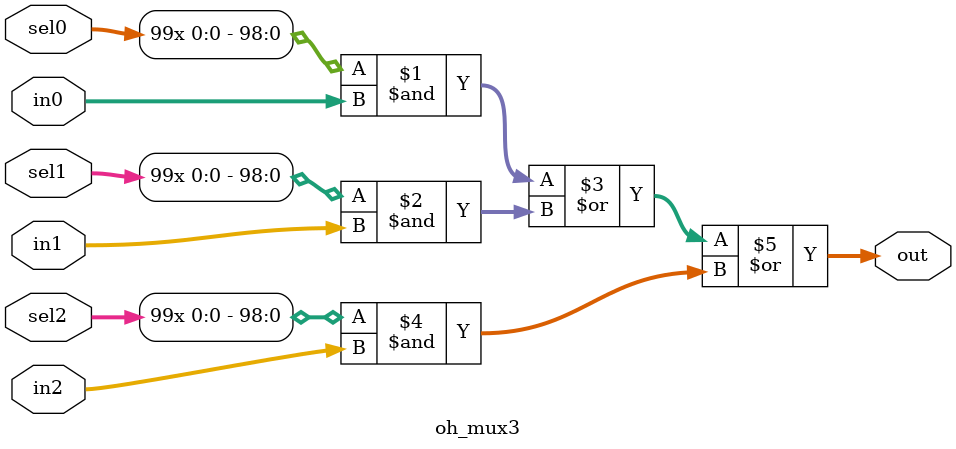
<source format=v>
module oh_mux3(/*AUTOARG*/
   // Outputs
   out,
   // Inputs
   in0, in1, in2, sel0, sel1, sel2
   );

   parameter DW=99;
   
   //data inputs
   input [DW-1:0]  in0;
   input [DW-1:0]  in1;
   input [DW-1:0]  in2;
   
   //select inputs
   input           sel0;
   input           sel1;
   input           sel2;

   output [DW-1:0] out;
   
  
   assign out[DW-1:0] = ({(DW){sel0}} & in0[DW-1:0] |
			 {(DW){sel1}} & in1[DW-1:0] |
			 {(DW){sel2}} & in2[DW-1:0]);
   			  
endmodule // oh_mux3


</source>
